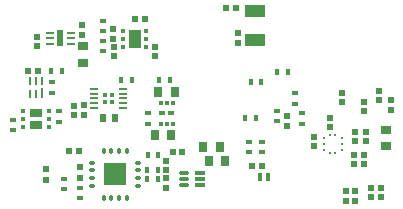
<source format=gbp>
G04*
G04 #@! TF.GenerationSoftware,Altium Limited,Altium Designer,23.6.0 (18)*
G04*
G04 Layer_Color=128*
%FSLAX44Y44*%
%MOMM*%
G71*
G04*
G04 #@! TF.SameCoordinates,CC53E28F-54C9-42A3-9587-E9B5384F7771*
G04*
G04*
G04 #@! TF.FilePolarity,Positive*
G04*
G01*
G75*
%ADD23R,0.5200X0.5200*%
%ADD24R,0.5200X0.5200*%
%ADD25R,0.4500X0.7200*%
%ADD26R,0.4500X0.5500*%
%ADD44R,0.6200X0.6200*%
%ADD45R,0.6000X0.5000*%
%ADD62R,0.7000X0.9000*%
%ADD63R,0.8500X0.3000*%
%ADD64R,0.5500X0.4500*%
%ADD65O,0.8500X0.3000*%
%ADD66R,0.9000X0.7000*%
%ADD68R,0.4200X0.4200*%
%ADD69R,1.0000X0.8000*%
%ADD70R,0.2800X0.8500*%
%ADD71R,0.2800X0.7500*%
%ADD72R,0.5500X0.6500*%
%ADD73O,0.6500X0.3000*%
%ADD74O,0.3000X0.6500*%
%ADD76R,1.0000X1.6000*%
%ADD77R,0.4500X0.3000*%
%ADD78R,0.3000X0.3000*%
%ADD81R,0.6500X0.2000*%
%ADD82R,0.6100X1.4200*%
%ADD83R,0.7000X0.2500*%
%ADD84R,1.8000X1.0000*%
%ADD85R,0.2750X0.2500*%
%ADD86R,0.2750X0.2500*%
%ADD88R,1.9000X1.9000*%
%ADD89R,0.5000X0.4000*%
%ADD90R,0.4000X0.4000*%
%ADD91R,0.4000X0.4000*%
D23*
X309500Y252500D02*
D03*
Y244500D02*
D03*
X351245Y182000D02*
D03*
Y174000D02*
D03*
X177250Y259250D02*
D03*
Y251250D02*
D03*
X139100Y249500D02*
D03*
Y241500D02*
D03*
X204000Y255700D02*
D03*
Y247700D02*
D03*
X422500Y113500D02*
D03*
Y121500D02*
D03*
X416500Y194550D02*
D03*
Y186550D02*
D03*
X397800Y202000D02*
D03*
Y194000D02*
D03*
X374100Y156949D02*
D03*
Y164949D02*
D03*
X387145Y181000D02*
D03*
Y173000D02*
D03*
X418000Y161200D02*
D03*
Y169200D02*
D03*
X416219Y141600D02*
D03*
Y149600D02*
D03*
X179610Y183625D02*
D03*
Y191625D02*
D03*
X171068Y183250D02*
D03*
Y191250D02*
D03*
X407649Y141600D02*
D03*
Y149600D02*
D03*
X248500Y129682D02*
D03*
Y121682D02*
D03*
Y136382D02*
D03*
Y144382D02*
D03*
X239676Y240954D02*
D03*
Y232954D02*
D03*
X204850Y241000D02*
D03*
Y233000D02*
D03*
X438900Y195750D02*
D03*
Y187750D02*
D03*
X429250Y203875D02*
D03*
Y195875D02*
D03*
X431100Y113500D02*
D03*
Y121500D02*
D03*
X408750Y161200D02*
D03*
Y169200D02*
D03*
D24*
X299750Y273550D02*
D03*
X307750D02*
D03*
X132000Y220249D02*
D03*
X140000D02*
D03*
X230750Y264750D02*
D03*
X222750D02*
D03*
X254583Y151600D02*
D03*
X262583D02*
D03*
X329662Y139750D02*
D03*
X321662D02*
D03*
X408876Y119000D02*
D03*
X400876D02*
D03*
X408876Y110450D02*
D03*
X400876D02*
D03*
D25*
X335300Y131032D02*
D03*
X328500D02*
D03*
D26*
X342750Y219250D02*
D03*
X351750D02*
D03*
X329399Y211200D02*
D03*
X320399D02*
D03*
X324800Y180400D02*
D03*
X315800D02*
D03*
X151500Y220250D02*
D03*
X160500D02*
D03*
X241750Y136982D02*
D03*
X232750D02*
D03*
X241750Y128782D02*
D03*
X232750D02*
D03*
X233000Y149750D02*
D03*
X242000D02*
D03*
X251754Y213250D02*
D03*
X242754D02*
D03*
X219908D02*
D03*
X210908D02*
D03*
D44*
X175249Y152782D02*
D03*
X166248D02*
D03*
D45*
X147000Y128200D02*
D03*
Y137200D02*
D03*
X175500Y130250D02*
D03*
Y139250D02*
D03*
D62*
X298800Y143900D02*
D03*
X284800D02*
D03*
X294200Y155950D02*
D03*
X280200D02*
D03*
X242254Y202750D02*
D03*
X256254D02*
D03*
X239250Y166550D02*
D03*
X253250D02*
D03*
D63*
X277800Y128800D02*
D03*
Y133800D02*
D03*
Y123800D02*
D03*
D64*
X318800Y160750D02*
D03*
Y151750D02*
D03*
X329550Y160750D02*
D03*
Y151750D02*
D03*
X342926Y178000D02*
D03*
Y187000D02*
D03*
X119000Y170249D02*
D03*
Y179249D02*
D03*
X157750Y186249D02*
D03*
Y177249D02*
D03*
X152250Y202249D02*
D03*
Y211249D02*
D03*
X162700Y120200D02*
D03*
Y129200D02*
D03*
X175500Y112559D02*
D03*
Y121559D02*
D03*
X358267Y192650D02*
D03*
Y201650D02*
D03*
X363660Y175740D02*
D03*
Y184740D02*
D03*
X195700Y246250D02*
D03*
Y237250D02*
D03*
Y263000D02*
D03*
Y254000D02*
D03*
X233256Y184840D02*
D03*
Y175840D02*
D03*
D65*
X263800Y133800D02*
D03*
Y128800D02*
D03*
Y123800D02*
D03*
D66*
X435220Y156900D02*
D03*
Y170900D02*
D03*
X178000Y227216D02*
D03*
Y241216D02*
D03*
D68*
X149750Y179750D02*
D03*
Y173250D02*
D03*
Y186250D02*
D03*
X127250D02*
D03*
Y173250D02*
D03*
Y179750D02*
D03*
D69*
X138500Y174750D02*
D03*
Y184750D02*
D03*
D70*
X143500Y201749D02*
D03*
D71*
X138500Y201249D02*
D03*
X133500D02*
D03*
X143500Y211749D02*
D03*
X138500D02*
D03*
X133500D02*
D03*
D72*
X205250Y180550D02*
D03*
X195250D02*
D03*
D73*
X185749Y142782D02*
D03*
Y136282D02*
D03*
Y129782D02*
D03*
Y123282D02*
D03*
X225249D02*
D03*
Y129782D02*
D03*
Y136282D02*
D03*
Y142782D02*
D03*
D74*
X195749Y113282D02*
D03*
X202248D02*
D03*
X208748D02*
D03*
X215249D02*
D03*
Y152782D02*
D03*
X208748D02*
D03*
X202248D02*
D03*
X195749D02*
D03*
D76*
X222052Y247454D02*
D03*
D77*
X231802Y253954D02*
D03*
Y247454D02*
D03*
Y240954D02*
D03*
X212302Y253954D02*
D03*
Y247454D02*
D03*
Y240954D02*
D03*
D78*
X244254Y193372D02*
D03*
X249254D02*
D03*
X254254D02*
D03*
X244254Y175772D02*
D03*
X249254D02*
D03*
X254254D02*
D03*
D81*
X188000Y189250D02*
D03*
Y193250D02*
D03*
Y197250D02*
D03*
Y201250D02*
D03*
Y205250D02*
D03*
X212500Y189250D02*
D03*
Y193250D02*
D03*
Y197250D02*
D03*
Y201250D02*
D03*
Y205250D02*
D03*
D82*
X159300Y248000D02*
D03*
D83*
X168550Y253000D02*
D03*
Y248000D02*
D03*
Y243000D02*
D03*
X150050Y253000D02*
D03*
Y248000D02*
D03*
Y243000D02*
D03*
D84*
X324000Y271500D02*
D03*
Y246500D02*
D03*
D85*
X387145Y166379D02*
D03*
X392145D02*
D03*
Y151124D02*
D03*
X387145D02*
D03*
D86*
X397275Y163749D02*
D03*
Y158749D02*
D03*
Y153749D02*
D03*
X382020D02*
D03*
Y158749D02*
D03*
Y163749D02*
D03*
D88*
X205505Y133032D02*
D03*
D89*
X245262Y184572D02*
D03*
X253245Y184572D02*
D03*
D90*
X197252Y194250D02*
D03*
X203250D02*
D03*
D91*
X197252Y200249D02*
D03*
X203250D02*
D03*
M02*

</source>
